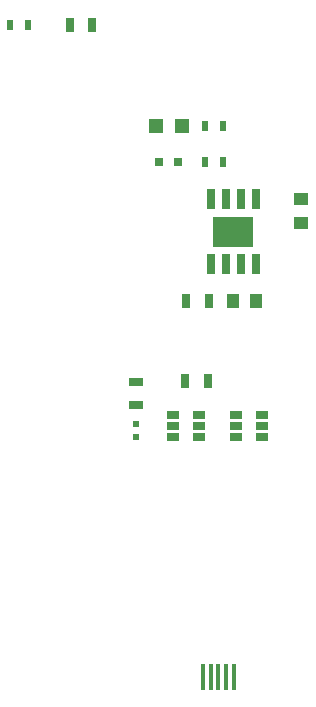
<source format=gtp>
G04 #@! TF.GenerationSoftware,KiCad,Pcbnew,5.1.5+dfsg1-2build2*
G04 #@! TF.CreationDate,2021-06-06T20:08:15-06:00*
G04 #@! TF.ProjectId,flicker_lamp,666c6963-6b65-4725-9f6c-616d702e6b69,rev?*
G04 #@! TF.SameCoordinates,Original*
G04 #@! TF.FileFunction,Paste,Top*
G04 #@! TF.FilePolarity,Positive*
%FSLAX46Y46*%
G04 Gerber Fmt 4.6, Leading zero omitted, Abs format (unit mm)*
G04 Created by KiCad (PCBNEW 5.1.5+dfsg1-2build2) date 2021-06-06 20:08:15*
%MOMM*%
%LPD*%
G04 APERTURE LIST*
%ADD10R,0.500000X0.600000*%
%ADD11R,0.500000X0.900000*%
%ADD12R,0.800000X0.800000*%
%ADD13R,1.200000X1.200000*%
%ADD14R,1.060000X0.650000*%
%ADD15R,3.402000X2.513000*%
%ADD16R,0.700000X1.700000*%
%ADD17R,0.400000X2.250000*%
%ADD18R,0.700000X1.300000*%
%ADD19R,1.250000X1.000000*%
%ADD20R,1.300000X0.700000*%
%ADD21R,1.000000X1.250000*%
G04 APERTURE END LIST*
D10*
X68000000Y-134630000D03*
X68000000Y-135730000D03*
D11*
X58900000Y-100780000D03*
X57400000Y-100780000D03*
X73900000Y-112380000D03*
X75400000Y-112380000D03*
X73900000Y-109330000D03*
X75400000Y-109330000D03*
D12*
X70000000Y-112380000D03*
X71600000Y-112380000D03*
D13*
X69700000Y-109330000D03*
X71900000Y-109330000D03*
D14*
X78700000Y-135730000D03*
X78700000Y-134780000D03*
X78700000Y-133830000D03*
X76500000Y-133830000D03*
X76500000Y-135730000D03*
X76500000Y-134780000D03*
X73400000Y-135730000D03*
X73400000Y-134780000D03*
X73400000Y-133830000D03*
X71200000Y-133830000D03*
X71200000Y-135730000D03*
X71200000Y-134780000D03*
D15*
X76250000Y-118330000D03*
D16*
X74345000Y-115580000D03*
X75615000Y-115580000D03*
X76885000Y-115580000D03*
X78155000Y-115580000D03*
X78155000Y-121080000D03*
X76885000Y-121080000D03*
X75615000Y-121080000D03*
X74345000Y-121080000D03*
D17*
X76300000Y-156005000D03*
X75650000Y-156005000D03*
X75000000Y-156005000D03*
X74350000Y-156005000D03*
X73700000Y-156005000D03*
D18*
X64300000Y-100780000D03*
X62400000Y-100780000D03*
D19*
X82000000Y-115580000D03*
X82000000Y-117580000D03*
D18*
X72200000Y-130980000D03*
X74100000Y-130980000D03*
D20*
X68000000Y-132980000D03*
X68000000Y-131080000D03*
D18*
X74200000Y-124180000D03*
X72300000Y-124180000D03*
D21*
X78200000Y-124180000D03*
X76200000Y-124180000D03*
M02*

</source>
